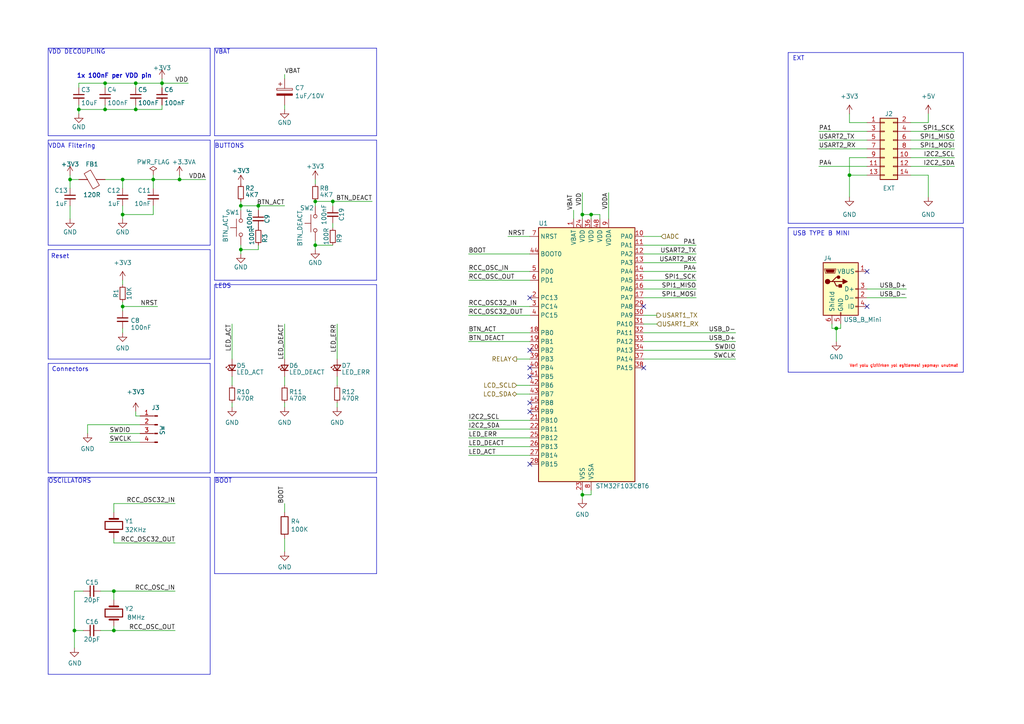
<source format=kicad_sch>
(kicad_sch (version 20230121) (generator eeschema)
  (paper "A4")
  (lib_symbols
    (symbol "+3V3_1" (power) (pin_names (offset 0))
      (property "Value" "+3V3_1" (at 0 3.556 0))
      (symbol "+3V3_1_0_1"
        (polyline (pts (xy -0.762 1.27) (xy 0 2.54)))
        (polyline (pts (xy 0 0) (xy 0 2.54)))
        (polyline (pts (xy 0 2.54) (xy 0.762 1.27)))
      )
      (symbol "+3V3_1_1_1"
        (pin power_in line (at 0 0 90) (length 0) hide (name "+3V3") (number "1"))
      )
    )
    (symbol "+3V3_2" (power) (pin_names (offset 0))
      (property "Value" "+3V3_2" (at 0 3.556 0))
      (symbol "+3V3_2_0_1"
        (polyline (pts (xy -0.762 1.27) (xy 0 2.54)))
        (polyline (pts (xy 0 0) (xy 0 2.54)))
        (polyline (pts (xy 0 2.54) (xy 0.762 1.27)))
      )
      (symbol "+3V3_2_1_1"
        (pin power_in line (at 0 0 90) (length 0) hide (name "+3V3") (number "1"))
      )
    )
    (symbol "Connector:Conn_01x04_Male" (pin_names (offset 1.016) hide)
      (property "Reference" "J" (at 0 5.08 0))
      (property "Value" "Conn_01x04_Male" (at 0 -7.62 0))
      (symbol "Conn_01x04_Male_1_1"
        (polyline (pts (xy 1.27 -5.08) (xy 0.8636 -5.08)) (stroke (width 0.1524)))
        (polyline (pts (xy 1.27 -2.54) (xy 0.8636 -2.54)) (stroke (width 0.1524)))
        (polyline (pts (xy 1.27 0) (xy 0.8636 0)) (stroke (width 0.1524)))
        (polyline (pts (xy 1.27 2.54) (xy 0.8636 2.54)) (stroke (width 0.1524)))
        (rectangle (start 0.8636 -4.953) (end 0 -5.207) (stroke (width 0.1524)) (fill (type outline)))
        (rectangle (start 0.8636 -2.413) (end 0 -2.667) (stroke (width 0.1524)) (fill (type outline)))
        (rectangle (start 0.8636 0.127) (end 0 -0.127) (stroke (width 0.1524)) (fill (type outline)))
        (rectangle (start 0.8636 2.667) (end 0 2.413) (stroke (width 0.1524)) (fill (type outline)))
        (pin passive line (at 5.08 2.54 180) (length 3.81) (name "Pin_1") (number "1"))
        (pin passive line (at 5.08 0 180) (length 3.81) (name "Pin_2") (number "2"))
        (pin passive line (at 5.08 -2.54 180) (length 3.81) (name "Pin_3") (number "3"))
        (pin passive line (at 5.08 -5.08 180) (length 3.81) (name "Pin_4") (number "4"))
      )
    )
    (symbol "Connector:USB_B_Mini" (pin_names (offset 1.016))
      (property "Reference" "J" (at -5.08 11.43 0))
      (property "Value" "USB_B_Mini" (at -5.08 8.89 0))
      (symbol "USB_B_Mini_0_1"
        (rectangle (start -5.08 -7.62) (end 5.08 7.62) (stroke (width 0.254)) (fill (type background)))
        (circle (center -3.81 2.159) (radius 0.635) (stroke (width 0.254)) (fill (type outline)))
        (circle (center -0.635 3.429) (radius 0.381) (stroke (width 0.254)) (fill (type outline)))
        (rectangle (start -0.127 -7.62) (end 0.127 -6.858))
        (polyline (pts (xy -1.905 2.159) (xy 0.635 2.159)) (stroke (width 0.254)))
        (polyline (pts (xy -3.175 2.159) (xy -2.54 2.159) (xy -1.27 3.429) (xy -0.635 3.429)) (stroke (width 0.254)))
        (polyline (pts (xy -2.54 2.159) (xy -1.905 2.159) (xy -1.27 0.889) (xy 0 0.889)) (stroke (width 0.254)))
        (polyline (pts (xy 0.635 2.794) (xy 0.635 1.524) (xy 1.905 2.159) (xy 0.635 2.794)) (stroke (width 0.254)) (fill (type outline)))
        (polyline (pts (xy -4.318 5.588) (xy -1.778 5.588) (xy -2.032 4.826) (xy -4.064 4.826) (xy -4.318 5.588)) (fill (type outline)))
        (polyline (pts (xy -4.699 5.842) (xy -4.699 5.588) (xy -4.445 4.826) (xy -4.445 4.572) (xy -1.651 4.572) (xy -1.651 4.826) (xy -1.397 5.588) (xy -1.397 5.842) (xy -4.699 5.842)))
        (rectangle (start 0.254 1.27) (end -0.508 0.508) (stroke (width 0.254)) (fill (type outline)))
        (rectangle (start 5.08 -5.207) (end 4.318 -4.953))
        (rectangle (start 5.08 -2.667) (end 4.318 -2.413))
        (rectangle (start 5.08 -0.127) (end 4.318 0.127))
        (rectangle (start 5.08 4.953) (end 4.318 5.207))
      )
      (symbol "USB_B_Mini_1_1"
        (pin power_out line (at 7.62 5.08 180) (length 2.54) (name "VBUS") (number "1"))
        (pin bidirectional line (at 7.62 -2.54 180) (length 2.54) (name "D-") (number "2"))
        (pin bidirectional line (at 7.62 0 180) (length 2.54) (name "D+") (number "3"))
        (pin passive line (at 7.62 -5.08 180) (length 2.54) (name "ID") (number "4"))
        (pin power_out line (at 0 -10.16 90) (length 2.54) (name "GND") (number "5"))
        (pin passive line (at -2.54 -10.16 90) (length 2.54) (name "Shield") (number "6"))
      )
    )
    (symbol "Connector_Generic:Conn_02x07_Odd_Even" (pin_names (offset 1.016) hide)
      (property "Reference" "J" (at 1.27 10.16 0))
      (property "Value" "Conn_02x07_Odd_Even" (at 1.27 -10.16 0))
      (symbol "Conn_02x07_Odd_Even_1_1"
        (rectangle (start -1.27 -7.493) (end 0 -7.747) (stroke (width 0.1524)))
        (rectangle (start -1.27 -4.953) (end 0 -5.207) (stroke (width 0.1524)))
        (rectangle (start -1.27 -2.413) (end 0 -2.667) (stroke (width 0.1524)))
        (rectangle (start -1.27 0.127) (end 0 -0.127) (stroke (width 0.1524)))
        (rectangle (start -1.27 2.667) (end 0 2.413) (stroke (width 0.1524)))
        (rectangle (start -1.27 5.207) (end 0 4.953) (stroke (width 0.1524)))
        (rectangle (start -1.27 7.747) (end 0 7.493) (stroke (width 0.1524)))
        (rectangle (start -1.27 8.89) (end 3.81 -8.89) (stroke (width 0.254)) (fill (type background)))
        (rectangle (start 3.81 -7.493) (end 2.54 -7.747) (stroke (width 0.1524)))
        (rectangle (start 3.81 -4.953) (end 2.54 -5.207) (stroke (width 0.1524)))
        (rectangle (start 3.81 -2.413) (end 2.54 -2.667) (stroke (width 0.1524)))
        (rectangle (start 3.81 0.127) (end 2.54 -0.127) (stroke (width 0.1524)))
        (rectangle (start 3.81 2.667) (end 2.54 2.413) (stroke (width 0.1524)))
        (rectangle (start 3.81 5.207) (end 2.54 4.953) (stroke (width 0.1524)))
        (rectangle (start 3.81 7.747) (end 2.54 7.493) (stroke (width 0.1524)))
        (pin passive line (at -5.08 7.62 0) (length 3.81) (name "Pin_1") (number "1"))
        (pin passive line (at 7.62 -2.54 180) (length 3.81) (name "Pin_10") (number "10"))
        (pin passive line (at -5.08 -5.08 0) (length 3.81) (name "Pin_11") (number "11"))
        (pin passive line (at 7.62 -5.08 180) (length 3.81) (name "Pin_12") (number "12"))
        (pin passive line (at -5.08 -7.62 0) (length 3.81) (name "Pin_13") (number "13"))
        (pin passive line (at 7.62 -7.62 180) (length 3.81) (name "Pin_14") (number "14"))
        (pin passive line (at 7.62 7.62 180) (length 3.81) (name "Pin_2") (number "2"))
        (pin passive line (at -5.08 5.08 0) (length 3.81) (name "Pin_3") (number "3"))
        (pin passive line (at 7.62 5.08 180) (length 3.81) (name "Pin_4") (number "4"))
        (pin passive line (at -5.08 2.54 0) (length 3.81) (name "Pin_5") (number "5"))
        (pin passive line (at 7.62 2.54 180) (length 3.81) (name "Pin_6") (number "6"))
        (pin passive line (at -5.08 0 0) (length 3.81) (name "Pin_7") (number "7"))
        (pin passive line (at 7.62 0 180) (length 3.81) (name "Pin_8") (number "8"))
        (pin passive line (at -5.08 -2.54 0) (length 3.81) (name "Pin_9") (number "9"))
      )
    )
    (symbol "Device:CP" (pin_numbers hide) (pin_names (offset 0.254))
      (property "Reference" "C" (at 0.635 2.54 0))
      (property "Value" "Device_CP" (at 0.635 -2.54 0))
      (symbol "CP_0_1"
        (rectangle (start -2.286 0.508) (end 2.286 1.016))
        (polyline (pts (xy -1.778 2.286) (xy -0.762 2.286)))
        (polyline (pts (xy -1.27 2.794) (xy -1.27 1.778)))
        (rectangle (start 2.286 -0.508) (end -2.286 -1.016) (fill (type outline)))
      )
      (symbol "CP_1_1"
        (pin passive line (at 0 3.81 270) (length 2.794) (name "~") (number "1"))
        (pin passive line (at 0 -3.81 90) (length 2.794) (name "~") (number "2"))
      )
    )
    (symbol "Device:C_Small" (pin_numbers hide) (pin_names (offset 0.254) hide)
      (property "Reference" "C" (at 0.254 1.778 0))
      (property "Value" "C_Small" (at 0.254 -2.032 0))
      (symbol "C_Small_0_1"
        (polyline (pts (xy -1.524 -0.508) (xy 1.524 -0.508)) (stroke (width 0.3302)))
        (polyline (pts (xy -1.524 0.508) (xy 1.524 0.508)) (stroke (width 0.3048)))
      )
      (symbol "C_Small_1_1"
        (pin passive line (at 0 2.54 270) (length 2.032) (name "~") (number "1"))
        (pin passive line (at 0 -2.54 90) (length 2.032) (name "~") (number "2"))
      )
    )
    (symbol "Device:Crystal" (pin_numbers hide) (pin_names (offset 1.016) hide)
      (property "Reference" "Y" (at 0 3.81 0))
      (property "Value" "Crystal" (at 0 -3.81 0))
      (symbol "Crystal_0_1"
        (rectangle (start -1.143 2.54) (end 1.143 -2.54) (stroke (width 0.3048)))
        (polyline (pts (xy -2.54 0) (xy -1.905 0)))
        (polyline (pts (xy -1.905 -1.27) (xy -1.905 1.27)) (stroke (width 0.508)))
        (polyline (pts (xy 1.905 -1.27) (xy 1.905 1.27)) (stroke (width 0.508)))
        (polyline (pts (xy 2.54 0) (xy 1.905 0)))
      )
      (symbol "Crystal_1_1"
        (pin passive line (at -3.81 0 0) (length 1.27) (name "1") (number "1"))
        (pin passive line (at 3.81 0 180) (length 1.27) (name "2") (number "2"))
      )
    )
    (symbol "Device:FerriteBead" (pin_numbers hide) (pin_names (offset 0))
      (property "Reference" "FB" (at -3.81 0.635 90))
      (property "Value" "FerriteBead" (at 3.81 0 90))
      (symbol "FerriteBead_0_1"
        (polyline (pts (xy 0 -1.27) (xy 0 -1.2192)))
        (polyline (pts (xy 0 1.27) (xy 0 1.2954)))
        (polyline (pts (xy -2.7686 0.4064) (xy -1.7018 2.2606) (xy 2.7686 -0.3048) (xy 1.6764 -2.159) (xy -2.7686 0.4064)))
      )
      (symbol "FerriteBead_1_1"
        (pin passive line (at 0 3.81 270) (length 2.54) (name "~") (number "1"))
        (pin passive line (at 0 -3.81 90) (length 2.54) (name "~") (number "2"))
      )
    )
    (symbol "Device:LED_Small" (pin_numbers hide) (pin_names (offset 0.254) hide)
      (property "Reference" "D" (at -1.27 3.175 0))
      (property "Value" "LED_Small" (at -4.445 -2.54 0))
      (symbol "LED_Small_0_1"
        (polyline (pts (xy -0.762 -1.016) (xy -0.762 1.016)) (stroke (width 0.254)))
        (polyline (pts (xy 1.016 0) (xy -0.762 0)))
        (polyline (pts (xy 0.762 -1.016) (xy -0.762 0) (xy 0.762 1.016) (xy 0.762 -1.016)) (stroke (width 0.254)))
        (polyline (pts (xy 0 0.762) (xy -0.508 1.27) (xy -0.254 1.27) (xy -0.508 1.27) (xy -0.508 1.016)))
        (polyline (pts (xy 0.508 1.27) (xy 0 1.778) (xy 0.254 1.778) (xy 0 1.778) (xy 0 1.524)))
      )
      (symbol "LED_Small_1_1"
        (pin passive line (at -2.54 0 0) (length 1.778) (name "K") (number "1"))
        (pin passive line (at 2.54 0 180) (length 1.778) (name "A") (number "2"))
      )
    )
    (symbol "Device:R" (pin_numbers hide) (pin_names (offset 0))
      (property "Reference" "R" (at 2.032 0 90))
      (property "Value" "R" (at 0 0 90))
      (symbol "R_0_1"
        (rectangle (start -1.016 -2.54) (end 1.016 2.54) (stroke (width 0.254)))
      )
      (symbol "R_1_1"
        (pin passive line (at 0 3.81 270) (length 1.27) (name "~") (number "1"))
        (pin passive line (at 0 -3.81 90) (length 1.27) (name "~") (number "2"))
      )
    )
    (symbol "Device:R_Small" (pin_numbers hide) (pin_names (offset 0.254) hide)
      (property "Reference" "R" (at 0.762 0.508 0))
      (property "Value" "R_Small" (at 0.762 -1.016 0))
      (symbol "R_Small_0_1"
        (rectangle (start -0.762 1.778) (end 0.762 -1.778) (stroke (width 0.2032)))
      )
      (symbol "R_Small_1_1"
        (pin passive line (at 0 2.54 270) (length 0.762) (name "~") (number "1"))
        (pin passive line (at 0 -2.54 90) (length 0.762) (name "~") (number "2"))
      )
    )
    (symbol "GND_1" (power) (pin_names (offset 0))
      (property "Value" "GND_1" (at 0 -3.81 0))
      (symbol "GND_1_0_1"
        (polyline (pts (xy 0 0) (xy 0 -1.27) (xy 1.27 -1.27) (xy 0 -2.54) (xy -1.27 -1.27) (xy 0 -1.27)))
      )
      (symbol "GND_1_1_1"
        (pin power_in line (at 0 0 270) (length 0) hide (name "GND") (number "1"))
      )
    )
    (symbol "GND_2" (power) (pin_names (offset 0))
      (property "Value" "GND_2" (at 0 -3.81 0))
      (symbol "GND_2_0_1"
        (polyline (pts (xy 0 0) (xy 0 -1.27) (xy 1.27 -1.27) (xy 0 -2.54) (xy -1.27 -1.27) (xy 0 -1.27)))
      )
      (symbol "GND_2_1_1"
        (pin power_in line (at 0 0 270) (length 0) hide (name "GND") (number "1"))
      )
    )
    (symbol "MCU_ST_STM32F1:STM32F103C8Tx"
      (property "Reference" "U" (at -12.7 39.37 0))
      (property "Value" "STM32F103C8Tx" (at 10.16 39.37 0))
      (symbol "STM32F103C8Tx_0_1"
        (rectangle (start -12.7 -35.56) (end 15.24 38.1) (stroke (width 0.254)) (fill (type background)))
      )
      (symbol "STM32F103C8Tx_1_1"
        (pin power_in line (at -2.54 40.64 270) (length 2.54) (name "VBAT") (number "1"))
        (pin bidirectional line (at 17.78 35.56 180) (length 2.54) (name "PA0") (number "10"))
        (pin bidirectional line (at 17.78 33.02 180) (length 2.54) (name "PA1") (number "11"))
        (pin bidirectional line (at 17.78 30.48 180) (length 2.54) (name "PA2") (number "12"))
        (pin bidirectional line (at 17.78 27.94 180) (length 2.54) (name "PA3") (number "13"))
        (pin bidirectional line (at 17.78 25.4 180) (length 2.54) (name "PA4") (number "14"))
        (pin bidirectional line (at 17.78 22.86 180) (length 2.54) (name "PA5") (number "15"))
        (pin bidirectional line (at 17.78 20.32 180) (length 2.54) (name "PA6") (number "16"))
        (pin bidirectional line (at 17.78 17.78 180) (length 2.54) (name "PA7") (number "17"))
        (pin bidirectional line (at -15.24 7.62 0) (length 2.54) (name "PB0") (number "18"))
        (pin bidirectional line (at -15.24 5.08 0) (length 2.54) (name "PB1") (number "19"))
        (pin bidirectional line (at -15.24 17.78 0) (length 2.54) (name "PC13") (number "2"))
        (pin bidirectional line (at -15.24 2.54 0) (length 2.54) (name "PB2") (number "20"))
        (pin bidirectional line (at -15.24 -17.78 0) (length 2.54) (name "PB10") (number "21"))
        (pin bidirectional line (at -15.24 -20.32 0) (length 2.54) (name "PB11") (number "22"))
        (pin power_in line (at 0 -38.1 90) (length 2.54) (name "VSS") (number "23"))
        (pin power_in line (at 0 40.64 270) (length 2.54) (name "VDD") (number "24"))
        (pin bidirectional line (at -15.24 -22.86 0) (length 2.54) (name "PB12") (number "25"))
        (pin bidirectional line (at -15.24 -25.4 0) (length 2.54) (name "PB13") (number "26"))
        (pin bidirectional line (at -15.24 -27.94 0) (length 2.54) (name "PB14") (number "27"))
        (pin bidirectional line (at -15.24 -30.48 0) (length 2.54) (name "PB15") (number "28"))
        (pin bidirectional line (at 17.78 15.24 180) (length 2.54) (name "PA8") (number "29"))
        (pin bidirectional line (at -15.24 15.24 0) (length 2.54) (name "PC14") (number "3"))
        (pin bidirectional line (at 17.78 12.7 180) (length 2.54) (name "PA9") (number "30"))
        (pin bidirectional line (at 17.78 10.16 180) (length 2.54) (name "PA10") (number "31"))
        (pin bidirectional line (at 17.78 7.62 180) (length 2.54) (name "PA11") (number "32"))
        (pin bidirectional line (at 17.78 5.08 180) (length 2.54) (name "PA12") (number "33"))
        (pin bidirectional line (at 17.78 2.54 180) (length 2.54) (name "PA13") (number "34"))
        (pin passive line (at 0 -38.1 90) (length 2.54) hide (name "VSS") (number "35"))
        (pin power_in line (at 2.54 40.64 270) (length 2.54) (name "VDD") (number "36"))
        (pin bidirectional line (at 17.78 0 180) (length 2.54) (name "PA14") (number "37"))
        (pin bidirectional line (at 17.78 -2.54 180) (length 2.54) (name "PA15") (number "38"))
        (pin bidirectional line (at -15.24 0 0) (length 2.54) (name "PB3") (number "39"))
        (pin bidirectional line (at -15.24 12.7 0) (length 2.54) (name "PC15") (number "4"))
        (pin bidirectional line (at -15.24 -2.54 0) (length 2.54) (name "PB4") (number "40"))
        (pin bidirectional line (at -15.24 -5.08 0) (length 2.54) (name "PB5") (number "41"))
        (pin bidirectional line (at -15.24 -7.62 0) (length 2.54) (name "PB6") (number "42"))
        (pin bidirectional line (at -15.24 -10.16 0) (length 2.54) (name "PB7") (number "43"))
        (pin input line (at -15.24 30.48 0) (length 2.54) (name "BOOT0") (number "44"))
        (pin bidirectional line (at -15.24 -12.7 0) (length 2.54) (name "PB8") (number "45"))
        (pin bidirectional line (at -15.24 -15.24 0) (length 2.54) (name "PB9") (number "46"))
        (pin passive line (at 0 -38.1 90) (length 2.54) hide (name "VSS") (number "47"))
        (pin power_in line (at 5.08 40.64 270) (length 2.54) (name "VDD") (number "48"))
        (pin bidirectional line (at -15.24 25.4 0) (length 2.54) (name "PD0") (number "5"))
        (pin bidirectional line (at -15.24 22.86 0) (length 2.54) (name "PD1") (number "6"))
        (pin input line (at -15.24 35.56 0) (length 2.54) (name "NRST") (number "7"))
        (pin power_in line (at 2.54 -38.1 90) (length 2.54) (name "VSSA") (number "8"))
        (pin power_in line (at 7.62 40.64 270) (length 2.54) (name "VDDA") (number "9"))
      )
    )
    (symbol "Switch:SW_Push" (pin_numbers hide) (pin_names (offset 1.016) hide)
      (property "Reference" "SW" (at 1.27 2.54 0))
      (property "Value" "SW_Push" (at 0 -1.524 0))
      (symbol "SW_Push_0_1"
        (circle (center -2.032 0) (radius 0.508))
        (polyline (pts (xy 0 1.27) (xy 0 3.048)))
        (polyline (pts (xy 2.54 1.27) (xy -2.54 1.27)))
        (circle (center 2.032 0) (radius 0.508))
        (pin passive line (at -5.08 0 0) (length 2.54) (name "1") (number "1"))
        (pin passive line (at 5.08 0 180) (length 2.54) (name "2") (number "2"))
      )
    )
    (symbol "power:+3.3VA" (power) (pin_names (offset 0))
      (property "Value" "+3.3VA" (at 0 3.556 0))
      (symbol "+3.3VA_0_1"
        (polyline (pts (xy -0.762 1.27) (xy 0 2.54)))
        (polyline (pts (xy 0 0) (xy 0 2.54)))
        (polyline (pts (xy 0 2.54) (xy 0.762 1.27)))
      )
      (symbol "+3.3VA_1_1"
        (pin power_in line (at 0 0 90) (length 0) hide (name "+3.3VA") (number "1"))
      )
    )
    (symbol "power:+3V3" (power) (pin_names (offset 0))
      (property "Value" "+3V3" (at 0 3.556 0))
      (symbol "+3V3_0_1"
        (polyline (pts (xy -0.762 1.27) (xy 0 2.54)))
        (polyline (pts (xy 0 0) (xy 0 2.54)))
        (polyline (pts (xy 0 2.54) (xy 0.762 1.27)))
      )
      (symbol "+3V3_1_1"
        (pin power_in line (at 0 0 90) (length 0) hide (name "+3V3") (number "1"))
      )
    )
    (symbol "power:+5V" (power) (pin_names (offset 0))
      (property "Value" "+5V" (at 0 3.556 0))
      (symbol "+5V_0_1"
        (polyline (pts (xy -0.762 1.27) (xy 0 2.54)))
        (polyline (pts (xy 0 0) (xy 0 2.54)))
        (polyline (pts (xy 0 2.54) (xy 0.762 1.27)))
      )
      (symbol "+5V_1_1"
        (pin power_in line (at 0 0 90) (length 0) hide (name "+5V") (number "1"))
      )
    )
    (symbol "power:GND" (power) (pin_names (offset 0))
      (property "Value" "GND" (at 0 -3.81 0))
      (symbol "GND_0_1"
        (polyline (pts (xy 0 0) (xy 0 -1.27) (xy 1.27 -1.27) (xy 0 -2.54) (xy -1.27 -1.27) (xy 0 -1.27)))
      )
      (symbol "GND_1_1"
        (pin power_in line (at 0 0 270) (length 0) hide (name "GND") (number "1"))
      )
    )
    (symbol "power:PWR_FLAG" (power) (pin_numbers hide) (pin_names (offset 0) hide)
      (property "Value" "PWR_FLAG" (at 0 3.81 0))
      (symbol "PWR_FLAG_0_0"
        (pin power_out line (at 0 0 90) (length 0) (name "pwr") (number "1"))
      )
      (symbol "PWR_FLAG_0_1"
        (polyline (pts (xy 0 0) (xy 0 1.27) (xy -1.016 1.905) (xy 0 2.54) (xy 1.016 1.905) (xy 0 1.27)))
      )
    )
  )
  (junction (at 69.85 72.39))
  (junction (at 91.44 71.12))
  (junction (at 171.45 62.23))
  (junction (at 69.85 59.69))
  (junction (at 52.07 52.07))
  (junction (at 168.91 143.51))
  (junction (at 30.48 31.75))
  (junction (at 39.37 24.13))
  (junction (at 20.32 52.07))
  (junction (at 246.38 50.8))
  (junction (at 21.59 182.88))
  (junction (at 96.52 58.42))
  (junction (at 22.86 31.75))
  (junction (at 74.93 59.69))
  (junction (at 91.44 58.42))
  (junction (at 46.99 24.13))
  (junction (at 33.02 182.88))
  (junction (at 35.56 88.9))
  (junction (at 35.56 62.23))
  (junction (at 33.02 171.45))
  (junction (at 242.57 95.25))
  (junction (at 168.91 62.23))
  (junction (at 44.45 52.07))
  (junction (at 30.48 24.13))
  (junction (at 39.37 31.75))
  (junction (at 35.56 52.07))
  (no_connect (at 186.69 88.9))
  (no_connect (at 153.67 109.22))
  (no_connect (at 186.69 106.68))
  (no_connect (at 251.46 78.74))
  (no_connect (at 153.67 119.38))
  (no_connect (at 153.67 86.36))
  (no_connect (at 251.46 88.9))
  (no_connect (at 153.67 101.6))
  (no_connect (at 153.67 116.84))
  (no_connect (at 153.67 134.62))
  (no_connect (at 153.67 106.68))
  (wire (pts (xy 96.52 71.12) (xy 91.44 71.12)))
  (wire (pts (xy 46.99 22.86) (xy 46.99 24.13)))
  (wire (pts (xy 97.79 109.22) (xy 97.79 111.76)))
  (wire (pts (xy 242.57 95.25) (xy 242.57 99.06)))
  (wire (pts (xy 82.55 156.21) (xy 82.55 160.02)))
  (wire (pts (xy 46.99 24.13) (xy 46.99 25.4)))
  (wire (pts (xy 22.86 52.07) (xy 20.32 52.07)))
  (wire (pts (xy 91.44 71.12) (xy 91.44 72.39)))
  (wire (pts (xy 171.45 62.23) (xy 168.91 62.23)))
  (wire (pts (xy 246.38 45.72) (xy 246.38 50.8)))
  (wire (pts (xy 52.07 52.07) (xy 44.45 52.07)))
  (wire (pts (xy 44.45 62.23) (xy 35.56 62.23)))
  (polyline (pts (xy 13.97 105.41) (xy 13.97 137.16)))
  (wire (pts (xy 22.86 24.13) (xy 30.48 24.13)))
  (wire (pts (xy 264.16 50.8) (xy 269.24 50.8)))
  (polyline (pts (xy 13.97 40.64) (xy 13.97 71.12)))
  (wire (pts (xy 20.32 52.07) (xy 20.32 54.61)))
  (wire (pts (xy 52.07 50.8) (xy 52.07 52.07)))
  (wire (pts (xy 46.99 24.13) (xy 54.61 24.13)))
  (polyline (pts (xy 60.96 104.14) (xy 13.97 104.14)))
  (wire (pts (xy 251.46 50.8) (xy 246.38 50.8)))
  (wire (pts (xy 264.16 45.72) (xy 276.86 45.72)))
  (wire (pts (xy 35.56 62.23) (xy 35.56 63.5)))
  (wire (pts (xy 30.48 31.75) (xy 39.37 31.75)))
  (wire (pts (xy 30.48 24.13) (xy 30.48 25.4)))
  (wire (pts (xy 31.75 125.73) (xy 40.64 125.73)))
  (polyline (pts (xy 13.97 39.37) (xy 60.96 39.37)))
  (wire (pts (xy 173.99 62.23) (xy 173.99 63.5)))
  (wire (pts (xy 264.16 43.18) (xy 276.86 43.18)))
  (wire (pts (xy 59.69 52.07) (xy 52.07 52.07)))
  (wire (pts (xy 82.55 109.22) (xy 82.55 111.76)))
  (wire (pts (xy 33.02 181.61) (xy 33.02 182.88)))
  (wire (pts (xy 176.53 55.88) (xy 176.53 63.5)))
  (wire (pts (xy 33.02 182.88) (xy 29.21 182.88)))
  (wire (pts (xy 82.55 93.98) (xy 82.55 104.14)))
  (wire (pts (xy 33.02 182.88) (xy 50.8 182.88)))
  (wire (pts (xy 21.59 182.88) (xy 24.13 182.88)))
  (wire (pts (xy 33.02 171.45) (xy 50.8 171.45)))
  (wire (pts (xy 251.46 83.82) (xy 262.89 83.82)))
  (wire (pts (xy 264.16 40.64) (xy 276.86 40.64)))
  (wire (pts (xy 33.02 171.45) (xy 29.21 171.45)))
  (wire (pts (xy 25.4 123.19) (xy 25.4 125.73)))
  (polyline (pts (xy 228.6 66.04) (xy 279.4 66.04)))
  (polyline (pts (xy 279.4 107.95) (xy 228.6 107.95)))
  (wire (pts (xy 135.89 127) (xy 153.67 127)))
  (wire (pts (xy 35.56 81.28) (xy 35.56 82.55)))
  (wire (pts (xy 149.86 114.3) (xy 153.67 114.3)))
  (wire (pts (xy 35.56 52.07) (xy 30.48 52.07)))
  (wire (pts (xy 91.44 69.85) (xy 91.44 71.12)))
  (wire (pts (xy 69.85 72.39) (xy 69.85 73.66)))
  (wire (pts (xy 186.69 104.14) (xy 213.36 104.14)))
  (wire (pts (xy 35.56 87.63) (xy 35.56 88.9)))
  (wire (pts (xy 82.55 21.59) (xy 82.55 22.86)))
  (wire (pts (xy 30.48 30.48) (xy 30.48 31.75)))
  (wire (pts (xy 33.02 173.99) (xy 33.02 171.45)))
  (polyline (pts (xy 13.97 138.43) (xy 60.96 138.43)))
  (wire (pts (xy 147.32 68.58) (xy 153.67 68.58)))
  (wire (pts (xy 237.49 40.64) (xy 251.46 40.64)))
  (wire (pts (xy 31.75 128.27) (xy 40.64 128.27)))
  (polyline (pts (xy 60.96 39.37) (xy 60.96 13.97)))
  (wire (pts (xy 74.93 71.12) (xy 74.93 72.39)))
  (wire (pts (xy 173.99 62.23) (xy 171.45 62.23)))
  (polyline (pts (xy 109.22 138.43) (xy 109.22 166.37)))
  (wire (pts (xy 269.24 35.56) (xy 269.24 33.02)))
  (wire (pts (xy 97.79 116.84) (xy 97.79 118.11)))
  (wire (pts (xy 35.56 95.25) (xy 35.56 96.52)))
  (wire (pts (xy 153.67 104.14) (xy 149.86 104.14)))
  (polyline (pts (xy 109.22 137.16) (xy 62.23 137.16)))
  (polyline (pts (xy 62.23 13.97) (xy 109.22 13.97)))
  (polyline (pts (xy 62.23 82.55) (xy 62.23 137.16)))
  (wire (pts (xy 186.69 101.6) (xy 213.36 101.6)))
  (wire (pts (xy 44.45 52.07) (xy 44.45 54.61)))
  (polyline (pts (xy 62.23 138.43) (xy 109.22 138.43)))
  (wire (pts (xy 33.02 157.48) (xy 50.8 157.48)))
  (polyline (pts (xy 228.6 15.24) (xy 228.6 64.77)))
  (polyline (pts (xy 60.96 72.39) (xy 60.96 104.14)))
  (wire (pts (xy 33.02 146.05) (xy 50.8 146.05)))
  (wire (pts (xy 33.02 148.59) (xy 33.02 146.05)))
  (wire (pts (xy 246.38 35.56) (xy 246.38 33.02)))
  (polyline (pts (xy 60.96 137.16) (xy 13.97 137.16)))
  (polyline (pts (xy 13.97 72.39) (xy 13.97 104.14)))
  (wire (pts (xy 39.37 31.75) (xy 46.99 31.75)))
  (polyline (pts (xy 109.22 166.37) (xy 62.23 166.37)))
  (wire (pts (xy 135.89 73.66) (xy 153.67 73.66)))
  (wire (pts (xy 91.44 52.07) (xy 91.44 53.34)))
  (wire (pts (xy 186.69 81.28) (xy 201.93 81.28)))
  (polyline (pts (xy 109.22 39.37) (xy 62.23 39.37)))
  (wire (pts (xy 74.93 72.39) (xy 69.85 72.39)))
  (wire (pts (xy 171.45 142.24) (xy 171.45 143.51)))
  (wire (pts (xy 186.69 96.52) (xy 213.36 96.52)))
  (wire (pts (xy 135.89 99.06) (xy 153.67 99.06)))
  (wire (pts (xy 186.69 83.82) (xy 201.93 83.82)))
  (wire (pts (xy 39.37 30.48) (xy 39.37 31.75)))
  (wire (pts (xy 251.46 45.72) (xy 246.38 45.72)))
  (wire (pts (xy 24.13 171.45) (xy 21.59 171.45)))
  (wire (pts (xy 39.37 24.13) (xy 39.37 25.4)))
  (wire (pts (xy 269.24 50.8) (xy 269.24 57.15)))
  (wire (pts (xy 96.52 58.42) (xy 107.95 58.42)))
  (wire (pts (xy 22.86 25.4) (xy 22.86 24.13)))
  (wire (pts (xy 69.85 71.12) (xy 69.85 72.39)))
  (wire (pts (xy 237.49 43.18) (xy 251.46 43.18)))
  (wire (pts (xy 168.91 55.88) (xy 168.91 62.23)))
  (wire (pts (xy 135.89 81.28) (xy 153.67 81.28)))
  (wire (pts (xy 67.31 116.84) (xy 67.31 118.11)))
  (wire (pts (xy 135.89 124.46) (xy 153.67 124.46)))
  (wire (pts (xy 35.56 88.9) (xy 45.72 88.9)))
  (wire (pts (xy 186.69 91.44) (xy 190.5 91.44)))
  (wire (pts (xy 91.44 58.42) (xy 96.52 58.42)))
  (wire (pts (xy 242.57 95.25) (xy 243.84 95.25)))
  (wire (pts (xy 69.85 59.69) (xy 74.93 59.69)))
  (wire (pts (xy 21.59 171.45) (xy 21.59 182.88)))
  (polyline (pts (xy 279.4 15.24) (xy 279.4 64.77)))
  (polyline (pts (xy 109.22 13.97) (xy 109.22 39.37)))
  (wire (pts (xy 82.55 146.05) (xy 82.55 148.59)))
  (wire (pts (xy 264.16 35.56) (xy 269.24 35.56)))
  (wire (pts (xy 186.69 93.98) (xy 190.5 93.98)))
  (wire (pts (xy 20.32 50.8) (xy 20.32 52.07)))
  (polyline (pts (xy 109.22 81.28) (xy 62.23 81.28)))
  (wire (pts (xy 96.52 64.77) (xy 96.52 66.04)))
  (wire (pts (xy 135.89 132.08) (xy 153.67 132.08)))
  (wire (pts (xy 171.45 143.51) (xy 168.91 143.51)))
  (wire (pts (xy 171.45 62.23) (xy 171.45 63.5)))
  (wire (pts (xy 20.32 59.69) (xy 20.32 63.5)))
  (wire (pts (xy 186.69 86.36) (xy 201.93 86.36)))
  (polyline (pts (xy 13.97 72.39) (xy 60.96 72.39)))
  (wire (pts (xy 46.99 30.48) (xy 46.99 31.75)))
  (wire (pts (xy 135.89 96.52) (xy 153.67 96.52)))
  (polyline (pts (xy 228.6 66.04) (xy 228.6 107.95)))
  (polyline (pts (xy 60.96 105.41) (xy 60.96 137.16)))
  (wire (pts (xy 33.02 156.21) (xy 33.02 157.48)))
  (polyline (pts (xy 62.23 138.43) (xy 62.23 166.37)))
  (wire (pts (xy 168.91 143.51) (xy 168.91 142.24)))
  (wire (pts (xy 149.86 111.76) (xy 153.67 111.76)))
  (polyline (pts (xy 60.96 138.43) (xy 60.96 195.58)))
  (wire (pts (xy 74.93 60.96) (xy 74.93 59.69)))
  (wire (pts (xy 135.89 88.9) (xy 153.67 88.9)))
  (wire (pts (xy 243.84 95.25) (xy 243.84 93.98)))
  (wire (pts (xy 67.31 93.98) (xy 67.31 104.14)))
  (wire (pts (xy 40.64 123.19) (xy 25.4 123.19)))
  (wire (pts (xy 135.89 91.44) (xy 153.67 91.44)))
  (wire (pts (xy 135.89 121.92) (xy 153.67 121.92)))
  (polyline (pts (xy 60.96 13.97) (xy 13.97 13.97)))
  (wire (pts (xy 251.46 86.36) (xy 262.89 86.36)))
  (polyline (pts (xy 109.22 40.64) (xy 109.22 81.28)))
  (wire (pts (xy 241.3 93.98) (xy 241.3 95.25)))
  (wire (pts (xy 35.56 52.07) (xy 35.56 54.61)))
  (wire (pts (xy 135.89 78.74) (xy 153.67 78.74)))
  (wire (pts (xy 237.49 38.1) (xy 251.46 38.1)))
  (polyline (pts (xy 62.23 40.64) (xy 62.23 81.28)))
  (polyline (pts (xy 13.97 105.41) (xy 60.96 105.41)))
  (wire (pts (xy 241.3 95.25) (xy 242.57 95.25)))
  (wire (pts (xy 30.48 24.13) (xy 39.37 24.13)))
  (polyline (pts (xy 60.96 71.12) (xy 13.97 71.12)))
  (wire (pts (xy 91.44 58.42) (xy 91.44 59.69)))
  (wire (pts (xy 186.69 68.58) (xy 191.77 68.58)))
  (wire (pts (xy 264.16 38.1) (xy 276.86 38.1)))
  (wire (pts (xy 264.16 48.26) (xy 276.86 48.26)))
  (wire (pts (xy 96.52 59.69) (xy 96.52 58.42)))
  (wire (pts (xy 69.85 59.69) (xy 69.85 60.96)))
  (wire (pts (xy 237.49 48.26) (xy 251.46 48.26)))
  (wire (pts (xy 22.86 31.75) (xy 22.86 33.02)))
  (wire (pts (xy 22.86 31.75) (xy 30.48 31.75)))
  (polyline (pts (xy 60.96 40.64) (xy 60.96 71.12)))
  (wire (pts (xy 69.85 58.42) (xy 69.85 59.69)))
  (wire (pts (xy 44.45 59.69) (xy 44.45 62.23)))
  (polyline (pts (xy 109.22 82.55) (xy 109.22 137.16)))
  (wire (pts (xy 39.37 24.13) (xy 46.99 24.13)))
  (wire (pts (xy 35.56 59.69) (xy 35.56 62.23)))
  (wire (pts (xy 135.89 129.54) (xy 153.67 129.54)))
  (wire (pts (xy 67.31 109.22) (xy 67.31 111.76)))
  (wire (pts (xy 39.37 119.38) (xy 39.37 120.65)))
  (polyline (pts (xy 62.23 82.55) (xy 109.22 82.55)))
  (wire (pts (xy 168.91 63.5) (xy 168.91 62.23)))
  (wire (pts (xy 246.38 50.8) (xy 246.38 57.15)))
  (wire (pts (xy 21.59 182.88) (xy 21.59 187.96)))
  (polyline (pts (xy 228.6 15.24) (xy 279.4 15.24)))
  (wire (pts (xy 44.45 50.8) (xy 44.45 52.07)))
  (wire (pts (xy 168.91 143.51) (xy 168.91 144.78)))
  (wire (pts (xy 22.86 30.48) (xy 22.86 31.75)))
  (wire (pts (xy 82.55 30.48) (xy 82.55 31.75)))
  (polyline (pts (xy 62.23 40.64) (xy 109.22 40.64)))
  (polyline (pts (xy 60.96 195.58) (xy 13.97 195.58)))
  (polyline (pts (xy 13.97 13.97) (xy 13.97 39.37)))
  (wire (pts (xy 35.56 88.9) (xy 35.56 90.17)))
  (polyline (pts (xy 279.4 64.77) (xy 228.6 64.77)))
  (wire (pts (xy 251.46 35.56) (xy 246.38 35.56)))
  (wire (pts (xy 186.69 99.06) (xy 213.36 99.06)))
  (wire (pts (xy 186.69 78.74) (xy 201.93 78.74)))
  (polyline (pts (xy 13.97 40.64) (xy 60.96 40.64)))
  (wire (pts (xy 186.69 76.2) (xy 201.93 76.2)))
  (polyline (pts (xy 62.23 13.97) (xy 62.23 39.37)))
  (wire (pts (xy 82.55 116.84) (xy 82.55 118.11)))
  (wire (pts (xy 186.69 73.66) (xy 201.93 73.66)))
  (wire (pts (xy 166.37 60.96) (xy 166.37 63.5)))
  (polyline (pts (xy 13.97 138.43) (xy 13.97 195.58)))
  (wire (pts (xy 39.37 120.65) (xy 40.64 120.65)))
  (polyline (pts (xy 279.4 66.04) (xy 279.4 107.95)))
  (wire (pts (xy 44.45 52.07) (xy 35.56 52.07)))
  (wire (pts (xy 74.93 59.69) (xy 82.55 59.69)))
  (wire (pts (xy 186.69 71.12) (xy 201.93 71.12)))
  (wire (pts (xy 97.79 93.98) (xy 97.79 104.14)))
  (text "Veri yolu çizilirken yol eşitlemesi yapmayı unutma! " (at 246.38 106.68 0) (effects (font (size 0.8 0.8)) (justify left bottom)))
  (text "1x 100nF per VDD pin" (at 22.225 22.86 0) (effects (font (size 1.27 1.27) bold) (justify left bottom)))
  (text "VDD DECOUPLING" (at 13.97 15.875 0) (effects (font (size 1.27 1.27)) (justify left bottom)))
  (text "BUTTONS" (at 62.23 43.18 0) (effects (font (size 1.27 1.27)) (justify left bottom)))
  (text "LEDS" (at 62.23 83.82 0) (effects (font (size 1.27 1.27)) (justify left bottom)))
  (text "BOOT" (at 62.23 140.335 0) (effects (font (size 1.27 1.27)) (justify left bottom)))
  (text "USB TYPE B MINI" (at 229.87 68.58 0) (effects (font (size 1.27 1.27)) (justify left bottom)))
  (text "VBAT" (at 62.23 15.875 0) (effects (font (size 1.27 1.27)) (justify left bottom)))
  (text "Reset" (at 14.732 75.184 0) (effects (font (size 1.27 1.27)) (justify left bottom)))
  (text "EXT" (at 229.87 17.78 0) (effects (font (size 1.27 1.27)) (justify left bottom)))
  (text "OSCILLATORS" (at 13.97 140.335 0) (effects (font (size 1.27 1.27)) (justify left bottom)))
  (text "VDDA Filtering" (at 13.97 43.18 0) (effects (font (size 1.27 1.27)) (justify left bottom)))
  (text "Connectors" (at 14.986 107.95 0) (effects (font (size 1.27 1.27)) (justify left bottom)))
  (label "I2C2_SCL" (at 135.89 121.92 0))
  (label "LED_ACT" (at 67.31 93.98 270))
  (label "PA4" (at 201.93 78.74 180))
  (label "SPI1_SCK" (at 276.86 38.1 180))
  (label "BTN_ACT" (at 82.55 59.69 180))
  (label "BOOT" (at 82.55 146.05 90))
  (label "I2C2_SDA" (at 276.86 48.26 180))
  (label "SPI1_SCK" (at 201.93 81.28 180))
  (label "LED_ACT" (at 135.89 132.08 0))
  (label "VDDA" (at 176.53 55.88 270))
  (label "USB_D+" (at 262.89 83.82 180))
  (label "VBAT" (at 82.55 21.59 0))
  (label "RCC_OSC32_IN" (at 50.8 146.05 180))
  (label "VBAT" (at 166.37 60.96 90))
  (label "USART2_RX" (at 237.49 43.18 0))
  (label "SPI1_MISO" (at 276.86 40.64 180))
  (label "PA4" (at 237.49 48.26 0))
  (label "LED_ERR" (at 97.79 93.98 270))
  (label "SPI1_MOSI" (at 276.86 43.18 180))
  (label "RCC_OSC_OUT" (at 135.89 81.28 0))
  (label "BOOT" (at 135.89 73.66 0))
  (label "RCC_OSC32_IN" (at 135.89 88.9 0))
  (label "RCC_OSC32_OUT" (at 135.89 91.44 0))
  (label "USB_D-" (at 262.89 86.36 180))
  (label "LED_DEACT" (at 135.89 129.54 0))
  (label "USART2_TX" (at 237.49 40.64 0))
  (label "BTN_DEACT" (at 107.95 58.42 180))
  (label "RCC_OSC_IN" (at 50.8 171.45 180))
  (label "VDD" (at 54.61 24.13 180))
  (label "PA1" (at 201.93 71.12 180))
  (label "I2C2_SDA" (at 135.89 124.46 0))
  (label "VDD" (at 168.91 55.88 270))
  (label "SWCLK" (at 213.36 104.14 180))
  (label "RCC_OSC_OUT" (at 50.8 182.88 180))
  (label "SPI1_MISO" (at 201.93 83.82 180))
  (label "LED_ERR" (at 135.89 127 0))
  (label "RCC_OSC32_OUT" (at 50.8 157.48 180))
  (label "VDDA" (at 59.69 52.07 180))
  (label "PA1" (at 237.49 38.1 0))
  (label "SWDIO" (at 213.36 101.6 180))
  (label "LED_DEACT" (at 82.55 93.98 270))
  (label "BTN_DEACT" (at 135.89 99.06 0))
  (label "USART2_TX" (at 201.93 73.66 180))
  (label "SWCLK" (at 31.75 128.27 0))
  (label "SWDIO" (at 31.75 125.73 0))
  (label "BTN_ACT" (at 135.89 96.52 0))
  (label "RCC_OSC_IN" (at 135.89 78.74 0))
  (label "NRST" (at 45.72 88.9 180))
  (label "NRST" (at 147.32 68.58 0))
  (label "USART2_RX" (at 201.93 76.2 180))
  (label "SPI1_MOSI" (at 201.93 86.36 180))
  (label "USB_D-" (at 213.36 96.52 180))
  (label "USB_D+" (at 213.36 99.06 180))
  (label "I2C2_SCL" (at 276.86 45.72 180))
  (hierarchical_label "ADC" (shape input) (at 191.77 68.58 0))
  (hierarchical_label "LCD_SDA" (shape bidirectional) (at 149.86 114.3 180))
  (hierarchical_label "LCD_SCL" (shape input) (at 149.86 111.76 180))
  (hierarchical_label "USART1_TX" (shape output) (at 190.5 91.44 0))
  (hierarchical_label "USART1_RX" (shape input) (at 190.5 93.98 0))
  (hierarchical_label "RELAY" (shape output) (at 149.86 104.14 180))
  (symbol (lib_id "power:GND") (at 242.57 99.06 0) (unit 1)
    (property "Reference" "#PWR04" (effects hide))
    (property "Value" "GND" (at 242.57 103.505 0))
    (instances (project "damlama" (path "" (reference "#PWR04") (unit 1))) (project "2023-staj-projesi" (path "" (reference "#PWR036") (unit 1))) (project "Mushamba" (path "" (reference "#PWR012") (unit 1))))
  )
  (symbol (lib_name "GND_1") (lib_id "power:GND") (at 69.85 73.66 0) (unit 1)
    (property "Reference" "#PWR019" (effects hide))
    (property "Value" "GND" (at 69.85 77.47 0))
    (instances (project "damlama" (path "" (reference "#PWR019") (unit 1))) (project "2023-staj-projesi" (path "" (reference "#PWR019") (unit 1))) (project "Mushamba" (path "" (reference "#PWR010") (unit 1))))
  )
  (symbol (lib_id "Connector:USB_B_Mini") (at 243.84 83.82 0) (unit 1)
    (property "Reference" "J4" (at 240.03 74.93 0))
    (property "Value" "USB_B_Mini" (at 250.19 92.71 0))
  )
  (symbol (lib_id "Device:C_Small") (at 74.93 63.5 0) (unit 1)
    (property "Reference" "C9" (at 77.47 63.5 90))
    (property "Value" "100nF" (at 72.39 63.5 90))
    (property "Footprint" "Capacitor_SMD:C_0603_1608Metric" (effects hide))
    (property "DigikeyPN" "AC0603KPX7R7BB104" (effects hide))
    (instances (project "damlama" (path "" (reference "C9") (unit 1))) (project "2023-staj-projesi" (path "" (reference "C9") (unit 1))) (project "Mushamba" (path "" (reference "C4") (unit 1))))
  )
  (symbol (lib_id "Device:C_Small") (at 35.56 92.71 0) (unit 1)
    (property "Reference" "C8" (at 37.846 92.964 0) (effects (justify left)))
    (property "Value" "100nF" (at 37.846 94.996 0) (effects (justify left)))
    (property "Footprint" "Capacitor_SMD:C_0603_1608Metric" (effects hide))
    (property "DigikeyPN" "AC0603KPX7R7BB104" (effects hide))
    (instances (project "damlama" (path "" (reference "C8") (unit 1))) (project "2023-staj-projesi" (path "" (reference "C8") (unit 1))) (project "Mushamba" (path "" (reference "C3") (unit 1))))
  )
  (symbol (lib_id "power:+5V") (at 269.24 33.02 0) (unit 1)
    (property "Reference" "#PWR027" (effects hide))
    (property "Value" "+5V" (at 269.24 27.94 0))
  )
  (symbol (lib_id "Device:C_Small") (at 26.67 171.45 90) (unit 1)
    (property "Reference" "C15" (at 26.67 168.91 90))
    (property "Value" "20pF" (at 26.67 173.99 90))
    (property "Footprint" "Capacitor_SMD:C_0603_1608Metric" (effects hide))
    (property "DigikeyPN" "399-C0603C200G8HAC7867DKR-ND" (effects hide))
  )
  (symbol (lib_name "+3V3_2") (lib_id "power:+3V3") (at 246.38 33.02 0) (unit 1)
    (property "Reference" "#PWR026" (effects hide))
    (property "Value" "+3V3" (at 246.38 27.94 0))
  )
  (symbol (lib_id "Device:C_Small") (at 96.52 62.23 0) (unit 1)
    (property "Reference" "C19" (at 99.06 62.23 90))
    (property "Value" "100nF" (at 93.98 62.23 90))
    (property "Footprint" "Capacitor_SMD:C_0603_1608Metric" (effects hide))
    (property "DigikeyPN" "AC0603KPX7R7BB104" (effects hide))
    (instances (project "damlama" (path "" (reference "C19") (unit 1))) (project "2023-staj-projesi" (path "" (reference "C19") (unit 1))) (project "Mushamba" (path "" (reference "C4") (unit 1))))
  )
  (symbol (lib_id "power:GND") (at 168.91 144.78 0) (unit 1)
    (property "Reference" "#PWR022" (effects hide))
    (property "Value" "GND" (at 168.91 149.225 0))
    (instances (project "damlama" (path "" (reference "#PWR022") (unit 1))) (project "2023-staj-projesi" (path "" (reference "#PWR022") (unit 1))) (project "Mushamba" (path "" (reference "#PWR012") (unit 1))))
  )
  (symbol (lib_id "Device:CP") (at 82.55 26.67 0) (unit 1)
    (property "Reference" "C7" (at 85.5472 25.5016 0) (effects (justify left)))
    (property "Value" "1uF/10V" (at 85.5472 27.813 0) (effects (justify left)))
    (property "Footprint" "Capacitor_SMD:C_0603_1608Metric" (effects hide))
    (property "DigikeyPN" "478-12231-6-ND" (effects hide))
    (instances (project "damlama" (path "" (reference "C7") (unit 1))) (project "2023-staj-projesi" (path "" (reference "C7") (unit 1))) (project "kanal-kapak-hardware" (path "" (reference "C10") (unit 1))))
  )
  (symbol (lib_id "Device:C_Small") (at 26.67 182.88 90) (unit 1)
    (property "Reference" "C16" (at 26.67 180.34 90))
    (property "Value" "20pF" (at 26.67 185.42 90))
    (property "Footprint" "Capacitor_SMD:C_0603_1608Metric" (effects hide))
    (property "DigikeyPN" "399-C0603C200G8HAC7867DKR-ND" (effects hide))
  )
  (symbol (lib_id "Connector:Conn_01x04_Male") (at 45.72 123.19 0) (mirror y) (unit 1) (in_bom no)
    (property "Reference" "J3" (at 43.942 118.237 0) (effects (justify right)))
    (property "Value" "SW" (at 47.117 123.317 90) (effects (justify right)))
    (property "Footprint" "Connector_PinHeader_2.54mm:PinHeader_1x04_P2.54mm_Vertical" (effects hide))
  )
  (symbol (lib_id "power:GND") (at 82.55 160.02 0) (unit 1)
    (property "Reference" "#PWR04" (effects hide))
    (property "Value" "GND" (at 82.55 164.465 0))
    (instances (project "damlama" (path "" (reference "#PWR04") (unit 1))) (project "2023-staj-projesi" (path "" (reference "#PWR04") (unit 1))) (project "Mushamba" (path "" (reference "#PWR012") (unit 1))))
  )
  (symbol (lib_id "Switch:SW_Push") (at 69.85 66.04 90) (unit 1)
    (property "Reference" "SW1" (at 65.405 61.595 90) (effects (justify right)))
    (property "Value" "BTN_ACT" (at 65.405 62.23 0) (effects (justify right)))
    (property "Footprint" "Button_Switch_SMD:SW_Push_1P1T_NO_Vertical_Wuerth_434133025816" (effects hide))
    (property "DigikeyPN" "732-13663-6-ND" (effects hide))
  )
  (symbol (lib_id "Connector_Generic:Conn_02x07_Odd_Even") (at 256.54 43.18 0) (unit 1)
    (property "Reference" "J2" (at 257.81 33.02 0))
    (property "Value" "EXT" (at 257.81 54.61 0))
  )
  (symbol (lib_id "Device:R_Small") (at 74.93 68.58 0) (unit 1)
    (property "Reference" "R3" (at 76.835 70.485 90) (effects (justify left)))
    (property "Value" "100R" (at 73.025 71.12 90) (effects (justify left)))
    (property "Footprint" "Resistor_SMD:R_0603_1608Metric" (effects hide))
    (property "DigikeyPN" "RR08P100DDKR-ND" (effects hide))
  )
  (symbol (lib_id "Device:R_Small") (at 82.55 114.3 0) (unit 1)
    (property "Reference" "R11" (at 83.82 113.665 0) (effects (justify left)))
    (property "Value" "470R" (at 83.82 115.57 0) (effects (justify left)))
    (property "Footprint" "Resistor_SMD:R_0603_1608Metric" (effects hide))
    (property "DigikeyPN" "1292-WR06X471JTLDKR-ND" (effects hide))
  )
  (symbol (lib_id "Device:C_Small") (at 35.56 57.15 0) (mirror y) (unit 1)
    (property "Reference" "C12" (at 34.925 55.245 0) (effects (justify left)))
    (property "Value" "1uF" (at 34.925 59.055 0) (effects (justify left)))
    (property "Footprint" "Capacitor_SMD:C_0603_1608Metric" (effects hide))
    (property "DigikeyPN" "311-1447-6-ND" (effects hide))
  )
  (symbol (lib_id "Device:C_Small") (at 46.99 27.94 0) (unit 1)
    (property "Reference" "C6" (at 47.625 26.035 0) (effects (justify left)))
    (property "Value" "100nF" (at 47.625 29.845 0) (effects (justify left)))
    (property "Footprint" "Capacitor_SMD:C_0603_1608Metric" (effects hide))
    (property "DigikeyPN" "AC0603KPX7R7BB104" (effects hide))
  )
  (symbol (lib_id "Device:LED_Small") (at 82.55 106.68 90) (unit 1)
    (property "Reference" "D6" (at 83.82 106.045 90) (effects (justify right)))
    (property "Value" "LED_DEACT" (at 83.82 107.95 90) (effects (justify right)))
    (property "Footprint" "LED_THT:LED_D3.0mm" (effects hide))
    (property "DigikeyPN" "1830-1001-ND" (effects hide))
  )
  (symbol (lib_name "GND_2") (lib_id "power:GND") (at 269.24 57.15 0) (unit 1)
    (property "Reference" "#PWR029" (effects hide))
    (property "Value" "GND" (at 269.24 62.23 0))
  )
  (symbol (lib_id "power:GND") (at 25.4 125.73 0) (unit 1)
    (property "Reference" "#PWR016" (effects hide))
    (property "Value" "GND" (at 25.4 130.175 0))
    (instances (project "damlama" (path "" (reference "#PWR016") (unit 1))) (project "2023-staj-projesi" (path "" (reference "#PWR016") (unit 1))) (project "Mushamba" (path "" (reference "#PWR08") (unit 1))))
  )
  (symbol (lib_id "power:+3V3") (at 35.56 81.28 0) (unit 1)
    (property "Reference" "#PWR014" (effects hide))
    (property "Value" "+3V3" (at 35.56 76.2 0))
    (instances (project "damlama" (path "" (reference "#PWR014") (unit 1))) (project "2023-staj-projesi" (path "" (reference "#PWR014") (unit 1))) (project "Mushamba" (path "" (reference "#PWR011") (unit 1))))
  )
  (symbol (lib_id "Device:R_Small") (at 96.52 68.58 0) (unit 1)
    (property "Reference" "R9" (at 98.425 70.485 90) (effects (justify left)))
    (property "Value" "100R" (at 94.615 71.12 90) (effects (justify left)))
    (property "Footprint" "Resistor_SMD:R_0603_1608Metric" (effects hide))
    (property "DigikeyPN" "RR08P100DDKR-ND" (effects hide))
    (instances (project "damlama" (path "" (reference "R9") (unit 1))) (project "2023-staj-projesi" (path "" (reference "R9") (unit 1))) (project "Mushamba" (path "" (reference "R3") (unit 1))))
  )
  (symbol (lib_id "Device:LED_Small") (at 97.79 106.68 90) (unit 1)
    (property "Reference" "D7" (at 99.06 106.045 90) (effects (justify right)))
    (property "Value" "LED_ERR" (at 99.06 107.95 90) (effects (justify right)))
    (property "Footprint" "LED_THT:LED_D3.0mm" (effects hide))
    (property "DigikeyPN" "1830-1000-ND" (effects hide))
  )
  (symbol (lib_id "Device:R_Small") (at 35.56 85.09 180) (unit 1)
    (property "Reference" "R1" (at 33.655 85.09 90))
    (property "Value" "10K" (at 37.465 85.09 90))
    (property "Footprint" "Resistor_SMD:R_0603_1608Metric" (effects hide))
    (property "DigikeyPN" "RNCP0603FTD10K0DKR-ND" (effects hide))
    (instances (project "damlama" (path "" (reference "R1") (unit 1))) (project "2023-staj-projesi" (path "" (reference "R1") (unit 1))) (project "Mushamba" (path "" (reference "R2") (unit 1))))
  )
  (symbol (lib_id "Device:R") (at 82.55 152.4 0) (unit 1)
    (property "Reference" "R4" (at 84.328 151.2316 0) (effects (justify left)))
    (property "Value" "100K" (at 84.328 153.543 0) (effects (justify left)))
    (property "Footprint" "Resistor_SMD:R_0603_1608Metric" (effects hide))
    (property "Digikey" "311-100KHRDKR-ND" (effects hide))
    (instances (project "damlama" (path "" (reference "R4") (unit 1))) (project "2023-staj-projesi" (path "" (reference "R4") (unit 1))) (project "kanal-kapak-hardware" (path "" (reference "R8") (unit 1))))
  )
  (symbol (lib_id "power:GND") (at 97.79 118.11 0) (unit 1)
    (property "Reference" "#PWR035" (effects hide))
    (property "Value" "GND" (at 97.79 122.555 0))
    (instances (project "damlama" (path "" (reference "#PWR035") (unit 1))) (project "2023-staj-projesi" (path "" (reference "#PWR035") (unit 1))) (project "Mushamba" (path "" (reference "#PWR012") (unit 1))))
  )
  (symbol (lib_name "+3V3_1") (lib_id "power:+3V3") (at 46.99 22.86 0) (unit 1)
    (property "Reference" "#PWR07" (effects hide))
    (property "Value" "+3V3" (at 46.99 19.685 0))
  )
  (symbol (lib_id "Device:Crystal") (at 33.02 152.4 90) (unit 1)
    (property "Reference" "Y1" (at 36.195 151.13 90) (effects (justify right)))
    (property "Value" "32KHz" (at 36.195 153.67 90) (effects (justify right)))
    (property "Footprint" "Crystal:Crystal_C38-LF_D3.0mm_L8.0mm_Vertical" (effects hide))
    (property "Datasheet" "https://ecsxtal.com/store/pdf/ECS-3x8X%202x6X%201X5X.pdf" (effects hide))
    (property "DigikeyPN" "X1123-ND" (effects hide))
  )
  (symbol (lib_id "Device:C_Small") (at 39.37 27.94 0) (unit 1)
    (property "Reference" "C5" (at 40.005 26.035 0) (effects (justify left)))
    (property "Value" "100nF" (at 40.005 29.845 0) (effects (justify left)))
    (property "Footprint" "Capacitor_SMD:C_0603_1608Metric" (effects hide))
    (property "DigikeyPN" "AC0603KPX7R7BB104" (effects hide))
  )
  (symbol (lib_id "power:GND") (at 35.56 96.52 0) (unit 1)
    (property "Reference" "#PWR015" (effects hide))
    (property "Value" "GND" (at 35.56 100.965 0))
    (instances (project "damlama" (path "" (reference "#PWR015") (unit 1))) (project "2023-staj-projesi" (path "" (reference "#PWR015") (unit 1))) (project "Mushamba" (path "" (reference "#PWR012") (unit 1))))
  )
  (symbol (lib_id "power:+3V3") (at 39.37 119.38 0) (unit 1)
    (property "Reference" "#PWR017" (effects hide))
    (property "Value" "+3V3" (at 39.37 113.665 0))
    (instances (project "damlama" (path "" (reference "#PWR017") (unit 1))) (project "2023-staj-projesi" (path "" (reference "#PWR017") (unit 1))) (project "Mushamba" (path "" (reference "#PWR013") (unit 1))))
  )
  (symbol (lib_id "power:GND") (at 82.55 31.75 0) (unit 1)
    (property "Reference" "#PWR033" (effects hide))
    (property "Value" "GND" (at 82.55 35.56 0))
    (instances (project "damlama" (path "" (reference "#PWR033") (unit 1))) (project "2023-staj-projesi" (path "" (reference "#PWR033") (unit 1))) (project "damlama" (path "" (reference "#PWR03") (unit 1))))
  )
  (symbol (lib_id "Device:C_Small") (at 22.86 27.94 0) (unit 1)
    (property "Reference" "C3" (at 23.495 26.035 0) (effects (justify left)))
    (property "Value" "10uF" (at 23.495 29.845 0) (effects (justify left)))
    (property "Footprint" "Capacitor_SMD:C_0603_1608Metric" (effects hide))
    (property "DigikeyPN" "13-CC0603MPX5R5BB106DKR-ND" (effects hide))
  )
  (symbol (lib_id "Device:Crystal") (at 33.02 177.8 90) (unit 1)
    (property "Reference" "Y2" (at 36.195 176.53 90) (effects (justify right)))
    (property "Value" "8MHz" (at 36.83 179.07 90) (effects (justify right)))
    (property "Footprint" "Crystal:Crystal_SMD_HC49-SD" (effects hide))
    (property "Datasheet" "https://ecsxtal.com/store/pdf/ECS-3x8X%202x6X%201X5X.pdf" (effects hide))
    (property "DigikeyPN" "631-1010-6-ND" (effects hide))
  )
  (symbol (lib_id "Device:FerriteBead") (at 26.67 52.07 90) (mirror x) (unit 1)
    (property "Reference" "FB1" (at 26.67 47.625 90))
    (property "Value" "120R" (at 26.67 56.515 90))
    (property "Footprint" "Inductor_SMD:L_0603_1608Metric" (effects hide))
    (property "DigikeyPN" "732-4665-6-ND" (effects hide))
  )
  (symbol (lib_id "Device:R_Small") (at 97.79 114.3 0) (unit 1)
    (property "Reference" "R12" (at 99.06 113.665 0) (effects (justify left)))
    (property "Value" "470R" (at 99.06 115.57 0) (effects (justify left)))
    (property "Footprint" "Resistor_SMD:R_0603_1608Metric" (effects hide))
    (property "DigikeyPN" "1292-WR06X471JTLDKR-ND" (effects hide))
  )
  (symbol (lib_id "power:GND") (at 67.31 118.11 0) (unit 1)
    (property "Reference" "#PWR032" (effects hide))
    (property "Value" "GND" (at 67.31 122.555 0))
    (instances (project "damlama" (path "" (reference "#PWR032") (unit 1))) (project "2023-staj-projesi" (path "" (reference "#PWR032") (unit 1))) (project "Mushamba" (path "" (reference "#PWR012") (unit 1))))
  )
  (symbol (lib_id "Device:C_Small") (at 30.48 27.94 0) (unit 1)
    (property "Reference" "C4" (at 31.115 26.035 0) (effects (justify left)))
    (property "Value" "100nF" (at 31.115 29.845 0) (effects (justify left)))
    (property "Footprint" "Capacitor_SMD:C_0603_1608Metric" (effects hide))
    (property "DigikeyPN" "AC0603KPX7R7BB104" (effects hide))
  )
  (symbol (lib_id "power:GND") (at 82.55 118.11 0) (unit 1)
    (property "Reference" "#PWR034" (effects hide))
    (property "Value" "GND" (at 82.55 122.555 0))
    (instances (project "damlama" (path "" (reference "#PWR034") (unit 1))) (project "2023-staj-projesi" (path "" (reference "#PWR034") (unit 1))) (project "Mushamba" (path "" (reference "#PWR012") (unit 1))))
  )
  (symbol (lib_name "GND_1") (lib_id "power:GND") (at 91.44 72.39 0) (unit 1)
    (property "Reference" "#PWR031" (effects hide))
    (property "Value" "GND" (at 91.44 76.2 0))
    (instances (project "damlama" (path "" (reference "#PWR031") (unit 1))) (project "2023-staj-projesi" (path "" (reference "#PWR031") (unit 1))) (project "Mushamba" (path "" (reference "#PWR010") (unit 1))))
  )
  (symbol (lib_id "power:GND") (at 20.32 63.5 0) (mirror y) (unit 1)
    (property "Reference" "#PWR013" (effects hide))
    (property "Value" "GND" (at 20.32 67.31 0))
    (instances (project "damlama" (path "" (reference "#PWR013") (unit 1))) (project "2023-staj-projesi" (path "" (reference "#PWR013") (unit 1))) (project "damlama" (path "" (reference "#PWR017") (unit 1))))
  )
  (symbol (lib_id "MCU_ST_STM32F1:STM32F103C8Tx") (at 168.91 104.14 0) (unit 1)
    (property "Reference" "U1" (at 156.21 64.77 0) (effects (justify left)))
    (property "Value" "STM32F103C8T6" (at 172.72 140.97 0) (effects (justify left)))
    (property "Footprint" "Package_QFP:LQFP-48_7x7mm_P0.5mm" (effects hide))
    (property "Datasheet" "https://www.st.com/resource/en/datasheet/stm32f103c8.pdf" (effects hide))
    (property "DigikeyPN" "497-6063-ND" (effects hide))
  )
  (symbol (lib_id "power:+3V3") (at 69.85 53.34 0) (unit 1)
    (property "Reference" "#PWR018" (effects hide))
    (property "Value" "+3V3" (at 69.85 49.53 0))
    (instances (project "damlama" (path "" (reference "#PWR018") (unit 1))) (project "2023-staj-projesi" (path "" (reference "#PWR018") (unit 1))) (project "Mushamba" (path "" (reference "#PWR09") (unit 1))))
  )
  (symbol (lib_id "Device:R_Small") (at 69.85 55.88 0) (unit 1)
    (property "Reference" "R2" (at 71.12 54.61 0) (effects (justify left)))
    (property "Value" "4K7" (at 71.12 56.515 0) (effects (justify left)))
    (property "Footprint" "Resistor_SMD:R_0603_1608Metric" (effects hide))
    (property "DigikeyPN" "13-RC1206FR-134K7LDKR-ND" (effects hide))
    (instances (project "damlama" (path "" (reference "R2") (unit 1))) (project "2023-staj-projesi" (path "" (reference "R2") (unit 1))) (project "Mushamba" (path "" (reference "R1") (unit 1))))
  )
  (symbol (lib_id "Device:C_Small") (at 20.32 57.15 0) (mirror y) (unit 1)
    (property "Reference" "C13" (at 19.685 55.245 0) (effects (justify left)))
    (property "Value" "1uF" (at 19.685 59.055 0) (effects (justify left)))
    (property "Footprint" "Capacitor_SMD:C_0603_1608Metric" (effects hide))
    (property "DigikeyPN" "311-1447-6-ND" (effects hide))
  )
  (symbol (lib_id "power:GND") (at 22.86 33.02 0) (unit 1)
    (property "Reference" "#PWR09" (effects hide))
    (property "Value" "GND" (at 22.86 36.83 0))
    (instances (project "damlama" (path "" (reference "#PWR09") (unit 1))) (project "2023-staj-projesi" (path "" (reference "#PWR09") (unit 1))) (project "damlama" (path "" (reference "#PWR03") (unit 1))))
  )
  (symbol (lib_id "Switch:SW_Push") (at 91.44 64.77 90) (unit 1)
    (property "Reference" "SW2" (at 86.995 60.325 90) (effects (justify right)))
    (property "Value" "BTN_DEACT" (at 86.995 60.96 0) (effects (justify right)))
    (property "Footprint" "Button_Switch_SMD:SW_Push_1P1T_NO_Vertical_Wuerth_434133025816" (effects hide))
    (property "DigikeyPN" "732-13663-6-ND" (effects hide))
    (instances (project "damlama" (path "" (reference "SW2") (unit 1))) (project "2023-staj-projesi" (path "" (reference "SW2") (unit 1))) (project "Mushamba" (path "" (reference "SW1") (unit 1))))
  )
  (symbol (lib_id "power:GND") (at 21.59 187.96 0) (unit 1)
    (property "Reference" "#PWR021" (effects hide))
    (property "Value" "GND" (at 21.717 192.3542 0))
    (instances (project "damlama" (path "" (reference "#PWR021") (unit 1))) (project "2023-staj-projesi" (path "" (reference "#PWR021") (unit 1))) (project "kanal-kapak-hardware" (path "" (reference "#PWR020") (unit 1))))
  )
  (symbol (lib_name "GND_2") (lib_id "power:GND") (at 246.38 57.15 0) (unit 1)
    (property "Reference" "#PWR028" (effects hide))
    (property "Value" "GND" (at 246.38 62.23 0))
  )
  (symbol (lib_id "Device:R_Small") (at 67.31 114.3 0) (unit 1)
    (property "Reference" "R10" (at 68.58 113.665 0) (effects (justify left)))
    (property "Value" "470R" (at 68.58 115.57 0) (effects (justify left)))
    (property "Footprint" "Resistor_SMD:R_0603_1608Metric" (effects hide))
    (property "DigikeyPN" "1292-WR06X471JTLDKR-ND" (effects hide))
  )
  (symbol (lib_id "Device:C_Small") (at 44.45 57.15 0) (mirror y) (unit 1)
    (property "Reference" "C11" (at 43.815 55.245 0) (effects (justify left)))
    (property "Value" "10nF" (at 43.815 59.055 0) (effects (justify left)))
    (property "Footprint" "Capacitor_SMD:C_0603_1608Metric" (effects hide))
    (property "DigikeyPN" "13-CC0100KRX5R4BB103TR-ND" (effects hide))
  )
  (symbol (lib_id "power:+3V3") (at 91.44 52.07 0) (unit 1)
    (property "Reference" "#PWR030" (effects hide))
    (property "Value" "+3V3" (at 91.44 48.26 0))
    (instances (project "damlama" (path "" (reference "#PWR030") (unit 1))) (project "2023-staj-projesi" (path "" (reference "#PWR030") (unit 1))) (project "Mushamba" (path "" (reference "#PWR09") (unit 1))))
  )
  (symbol (lib_name "+3V3_1") (lib_id "power:+3V3") (at 20.32 50.8 0) (unit 1)
    (property "Reference" "#PWR011" (effects hide))
    (property "Value" "+3V3" (at 20.32 47.625 0))
  )
  (symbol (lib_id "power:+3.3VA") (at 52.07 50.8 0) (mirror y) (unit 1)
    (property "Reference" "#PWR010" (effects hide))
    (property "Value" "+3.3VA" (at 53.34 46.99 0))
    (instances (project "damlama" (path "" (reference "#PWR010") (unit 1))) (project "2023-staj-projesi" (path "" (reference "#PWR010") (unit 1))) (project "damlama" (path "" (reference "#PWR011") (unit 1))))
  )
  (symbol (lib_id "Device:LED_Small") (at 67.31 106.68 90) (unit 1)
    (property "Reference" "D5" (at 68.58 106.045 90) (effects (justify right)))
    (property "Value" "LED_ACT" (at 68.58 107.95 90) (effects (justify right)))
    (property "Footprint" "LED_THT:LED_D3.0mm" (effects hide))
    (property "DigikeyPN" "1830-1004-ND" (effects hide))
  )
  (symbol (lib_id "Device:R_Small") (at 91.44 55.88 0) (unit 1)
    (property "Reference" "R8" (at 92.71 54.61 0) (effects (justify left)))
    (property "Value" "4K7" (at 92.71 56.515 0) (effects (justify left)))
    (property "Footprint" "Resistor_SMD:R_0603_1608Metric" (effects hide))
    (property "DigikeyPN" "13-RC1206FR-134K7LDKR-ND" (effects hide))
    (instances (project "damlama" (path "" (reference "R8") (unit 1))) (project "2023-staj-projesi" (path "" (reference "R8") (unit 1))) (project "Mushamba" (path "" (reference "R1") (unit 1))))
  )
  (symbol (lib_id "power:PWR_FLAG") (at 44.45 50.8 0) (mirror y) (unit 1)
    (property "Reference" "#FLG03" (effects hide))
    (property "Value" "PWR_FLAG" (at 44.45 46.99 0))
    (instances (project "damlama" (path "" (reference "#FLG03") (unit 1))) (project "2023-staj-projesi" (path "" (reference "#FLG03") (unit 1))) (project "damlama" (path "" (reference "#FLG01") (unit 1))))
  )
  (symbol (lib_id "power:GND") (at 35.56 63.5 0) (mirror y) (unit 1)
    (property "Reference" "#PWR012" (effects hide))
    (property "Value" "GND" (at 35.56 67.31 0))
  )
)
</source>
